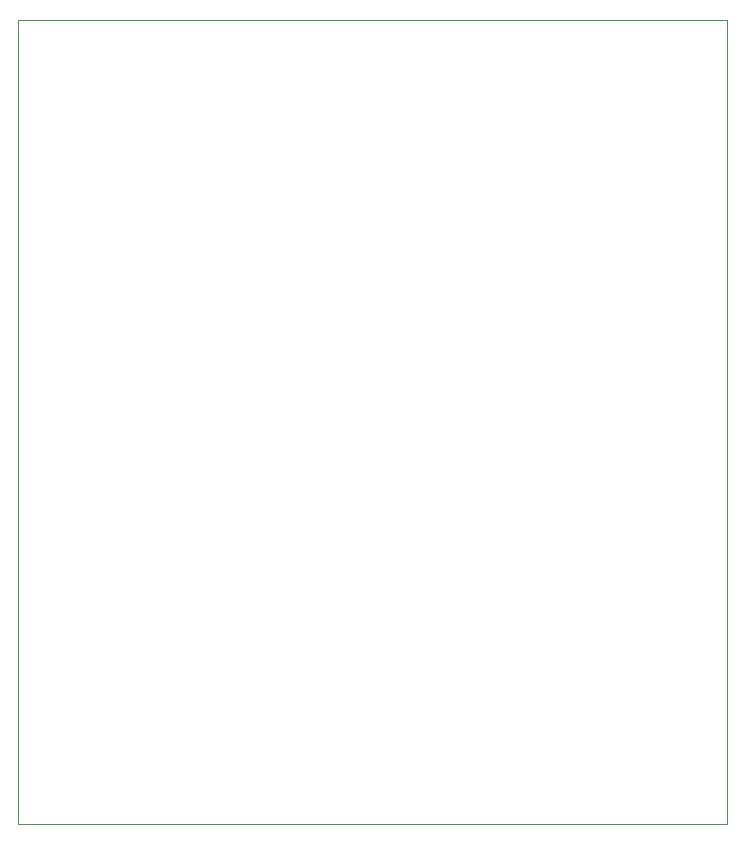
<source format=gbr>
%TF.GenerationSoftware,KiCad,Pcbnew,8.0.6*%
%TF.CreationDate,2025-01-14T16:55:08+01:00*%
%TF.ProjectId,Receptor Laser,52656365-7074-46f7-9220-4c617365722e,rev?*%
%TF.SameCoordinates,Original*%
%TF.FileFunction,Profile,NP*%
%FSLAX46Y46*%
G04 Gerber Fmt 4.6, Leading zero omitted, Abs format (unit mm)*
G04 Created by KiCad (PCBNEW 8.0.6) date 2025-01-14 16:55:08*
%MOMM*%
%LPD*%
G01*
G04 APERTURE LIST*
%TA.AperFunction,Profile*%
%ADD10C,0.050000*%
%TD*%
G04 APERTURE END LIST*
D10*
X42500000Y-64000000D02*
X102500000Y-64000000D01*
X102500000Y-132000000D01*
X42500000Y-132000000D01*
X42500000Y-64000000D01*
M02*

</source>
